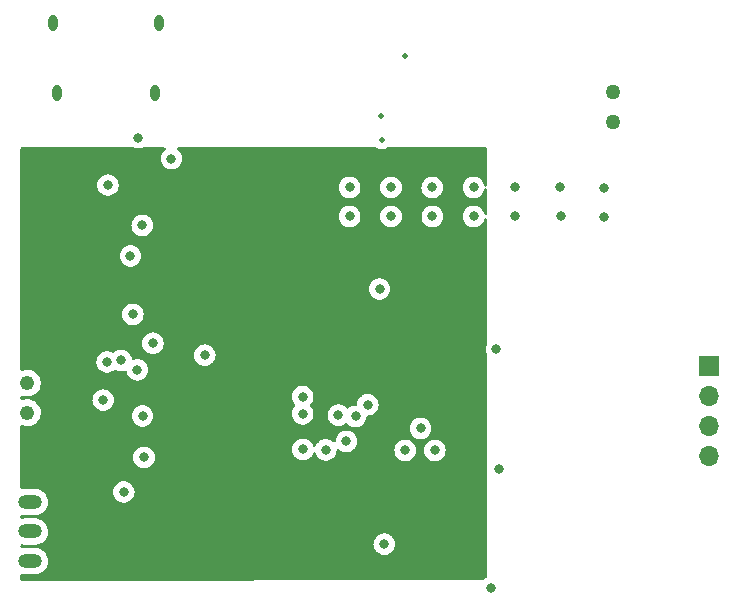
<source format=gbr>
%TF.GenerationSoftware,KiCad,Pcbnew,(6.0.1-0)*%
%TF.CreationDate,2022-05-03T07:12:26+06:00*%
%TF.ProjectId,Sound Sensor,536f756e-6420-4536-956e-736f722e6b69,rev?*%
%TF.SameCoordinates,Original*%
%TF.FileFunction,Copper,L3,Inr*%
%TF.FilePolarity,Positive*%
%FSLAX46Y46*%
G04 Gerber Fmt 4.6, Leading zero omitted, Abs format (unit mm)*
G04 Created by KiCad (PCBNEW (6.0.1-0)) date 2022-05-03 07:12:26*
%MOMM*%
%LPD*%
G01*
G04 APERTURE LIST*
%TA.AperFunction,ComponentPad*%
%ADD10O,2.000000X1.200000*%
%TD*%
%TA.AperFunction,ComponentPad*%
%ADD11O,0.800000X1.400000*%
%TD*%
%TA.AperFunction,ComponentPad*%
%ADD12R,1.700000X1.700000*%
%TD*%
%TA.AperFunction,ComponentPad*%
%ADD13O,1.700000X1.700000*%
%TD*%
%TA.AperFunction,ComponentPad*%
%ADD14C,1.270000*%
%TD*%
%TA.AperFunction,ComponentPad*%
%ADD15C,1.228000*%
%TD*%
%TA.AperFunction,ViaPad*%
%ADD16C,0.800000*%
%TD*%
%TA.AperFunction,ViaPad*%
%ADD17C,0.500000*%
%TD*%
G04 APERTURE END LIST*
D10*
X168620000Y-144330000D03*
X168620000Y-141830000D03*
X168620000Y-139330000D03*
D11*
X170540000Y-98760000D03*
X179520000Y-98760000D03*
X179160000Y-104710000D03*
X170900000Y-104710000D03*
D12*
X226100000Y-127780000D03*
D13*
X226100000Y-130320000D03*
X226100000Y-132860000D03*
X226100000Y-135400000D03*
D14*
X217990000Y-104640500D03*
X217990000Y-107140500D03*
D15*
X168390000Y-131775000D03*
X168390000Y-129275000D03*
D16*
X195670000Y-112700000D03*
X199165000Y-112700000D03*
X202660000Y-112700000D03*
X206155000Y-112700000D03*
X209670000Y-112700000D03*
X213480000Y-112700000D03*
X217200000Y-112720000D03*
X217200000Y-115170000D03*
X213570000Y-115150000D03*
X209670000Y-115150000D03*
X206170000Y-115150000D03*
X202670000Y-115150000D03*
X199170000Y-115150000D03*
X195670000Y-115150000D03*
X182130000Y-126430000D03*
X186765000Y-120735000D03*
X200300000Y-125200000D03*
X193880000Y-130920000D03*
X198200000Y-134700000D03*
X173005000Y-136695000D03*
X201600000Y-144600000D03*
X175200000Y-112500000D03*
X207600000Y-146600000D03*
X198200000Y-121300000D03*
X197200000Y-131100000D03*
X179010000Y-125890000D03*
X183400000Y-126900000D03*
X177780000Y-108480000D03*
X174800000Y-130700000D03*
X208300000Y-136500000D03*
X195400000Y-134200000D03*
X198600000Y-142900000D03*
X208100000Y-126400000D03*
X178110000Y-115910000D03*
X175130000Y-127470000D03*
X178140000Y-132050000D03*
X178260000Y-135550000D03*
X177690000Y-128140000D03*
X176540000Y-138480000D03*
X177310000Y-123450000D03*
D17*
X198400000Y-108710000D03*
D16*
X180580000Y-110270000D03*
X177110000Y-118500000D03*
X176310000Y-127340000D03*
X200370000Y-134960000D03*
X202880000Y-134960000D03*
X191693459Y-131873459D03*
X191693459Y-130415500D03*
X196169001Y-132093798D03*
X191710000Y-134870000D03*
X193651577Y-134916342D03*
X194710000Y-131980000D03*
X201670000Y-133100000D03*
D17*
X200380000Y-101600000D03*
X198330000Y-106650000D03*
%TA.AperFunction,Conductor*%
G36*
X177412584Y-109310893D02*
G01*
X177491676Y-109346107D01*
X177491679Y-109346108D01*
X177497712Y-109348794D01*
X177539340Y-109357642D01*
X177678056Y-109387128D01*
X177678061Y-109387128D01*
X177684513Y-109388500D01*
X177875487Y-109388500D01*
X177881939Y-109387128D01*
X177881944Y-109387128D01*
X178020660Y-109357642D01*
X178062288Y-109348794D01*
X178068321Y-109346108D01*
X178068324Y-109346107D01*
X178147416Y-109310893D01*
X178198664Y-109300000D01*
X179981670Y-109300000D01*
X180049791Y-109320002D01*
X180096284Y-109373658D01*
X180106388Y-109443932D01*
X180076894Y-109508512D01*
X180055731Y-109527936D01*
X179968747Y-109591134D01*
X179840960Y-109733056D01*
X179745473Y-109898444D01*
X179686458Y-110080072D01*
X179666496Y-110270000D01*
X179686458Y-110459928D01*
X179745473Y-110641556D01*
X179840960Y-110806944D01*
X179968747Y-110948866D01*
X180123248Y-111061118D01*
X180129276Y-111063802D01*
X180129278Y-111063803D01*
X180291681Y-111136109D01*
X180297712Y-111138794D01*
X180391113Y-111158647D01*
X180478056Y-111177128D01*
X180478061Y-111177128D01*
X180484513Y-111178500D01*
X180675487Y-111178500D01*
X180681939Y-111177128D01*
X180681944Y-111177128D01*
X180768887Y-111158647D01*
X180862288Y-111138794D01*
X180868319Y-111136109D01*
X181030722Y-111063803D01*
X181030724Y-111063802D01*
X181036752Y-111061118D01*
X181191253Y-110948866D01*
X181319040Y-110806944D01*
X181414527Y-110641556D01*
X181473542Y-110459928D01*
X181493504Y-110270000D01*
X181473542Y-110080072D01*
X181414527Y-109898444D01*
X181319040Y-109733056D01*
X181191253Y-109591134D01*
X181104269Y-109527936D01*
X181060915Y-109471713D01*
X181054840Y-109400977D01*
X181087972Y-109338186D01*
X181149792Y-109303274D01*
X181178330Y-109300000D01*
X197878748Y-109300000D01*
X197947741Y-109320568D01*
X198010292Y-109361500D01*
X198055846Y-109391310D01*
X198062450Y-109393766D01*
X198062452Y-109393767D01*
X198098844Y-109407301D01*
X198215341Y-109450626D01*
X198384015Y-109473132D01*
X198391026Y-109472494D01*
X198391030Y-109472494D01*
X198546462Y-109458348D01*
X198553483Y-109457709D01*
X198560185Y-109455531D01*
X198560187Y-109455531D01*
X198708623Y-109407301D01*
X198708626Y-109407300D01*
X198715322Y-109405124D01*
X198861490Y-109317990D01*
X198863094Y-109320681D01*
X198916571Y-109300376D01*
X198926297Y-109300000D01*
X207174000Y-109300000D01*
X207242121Y-109320002D01*
X207288614Y-109373658D01*
X207300000Y-109426000D01*
X207300000Y-112498310D01*
X207279998Y-112566431D01*
X207226342Y-112612924D01*
X207156068Y-112623028D01*
X207091488Y-112593534D01*
X207053104Y-112533808D01*
X207050972Y-112523022D01*
X207050606Y-112523100D01*
X207049232Y-112516635D01*
X207048542Y-112510072D01*
X206989527Y-112328444D01*
X206894040Y-112163056D01*
X206766253Y-112021134D01*
X206611752Y-111908882D01*
X206605724Y-111906198D01*
X206605722Y-111906197D01*
X206443319Y-111833891D01*
X206443318Y-111833891D01*
X206437288Y-111831206D01*
X206343887Y-111811353D01*
X206256944Y-111792872D01*
X206256939Y-111792872D01*
X206250487Y-111791500D01*
X206059513Y-111791500D01*
X206053061Y-111792872D01*
X206053056Y-111792872D01*
X205966112Y-111811353D01*
X205872712Y-111831206D01*
X205866682Y-111833891D01*
X205866681Y-111833891D01*
X205704278Y-111906197D01*
X205704276Y-111906198D01*
X205698248Y-111908882D01*
X205543747Y-112021134D01*
X205415960Y-112163056D01*
X205320473Y-112328444D01*
X205261458Y-112510072D01*
X205260768Y-112516633D01*
X205260768Y-112516635D01*
X205252686Y-112593534D01*
X205241496Y-112700000D01*
X205242186Y-112706565D01*
X205260148Y-112877460D01*
X205261458Y-112889928D01*
X205320473Y-113071556D01*
X205415960Y-113236944D01*
X205420378Y-113241851D01*
X205420379Y-113241852D01*
X205534678Y-113368794D01*
X205543747Y-113378866D01*
X205698248Y-113491118D01*
X205704276Y-113493802D01*
X205704278Y-113493803D01*
X205866681Y-113566109D01*
X205872712Y-113568794D01*
X205966113Y-113588647D01*
X206053056Y-113607128D01*
X206053061Y-113607128D01*
X206059513Y-113608500D01*
X206250487Y-113608500D01*
X206256939Y-113607128D01*
X206256944Y-113607128D01*
X206343887Y-113588647D01*
X206437288Y-113568794D01*
X206443319Y-113566109D01*
X206605722Y-113493803D01*
X206605724Y-113493802D01*
X206611752Y-113491118D01*
X206766253Y-113378866D01*
X206775322Y-113368794D01*
X206889621Y-113241852D01*
X206889622Y-113241851D01*
X206894040Y-113236944D01*
X206989527Y-113071556D01*
X207048542Y-112889928D01*
X207049232Y-112883364D01*
X207050606Y-112876900D01*
X207053240Y-112877460D01*
X207075704Y-112822862D01*
X207133926Y-112782233D01*
X207204871Y-112779530D01*
X207266015Y-112815613D01*
X207297945Y-112879024D01*
X207300000Y-112901690D01*
X207300000Y-114892283D01*
X207279998Y-114960404D01*
X207226342Y-115006897D01*
X207156068Y-115017001D01*
X207091488Y-114987507D01*
X207054167Y-114931219D01*
X207006569Y-114784729D01*
X207004527Y-114778444D01*
X206909040Y-114613056D01*
X206781253Y-114471134D01*
X206626752Y-114358882D01*
X206620724Y-114356198D01*
X206620722Y-114356197D01*
X206458319Y-114283891D01*
X206458318Y-114283891D01*
X206452288Y-114281206D01*
X206358887Y-114261353D01*
X206271944Y-114242872D01*
X206271939Y-114242872D01*
X206265487Y-114241500D01*
X206074513Y-114241500D01*
X206068061Y-114242872D01*
X206068056Y-114242872D01*
X205981113Y-114261353D01*
X205887712Y-114281206D01*
X205881682Y-114283891D01*
X205881681Y-114283891D01*
X205719278Y-114356197D01*
X205719276Y-114356198D01*
X205713248Y-114358882D01*
X205558747Y-114471134D01*
X205430960Y-114613056D01*
X205335473Y-114778444D01*
X205276458Y-114960072D01*
X205275768Y-114966633D01*
X205275768Y-114966635D01*
X205267648Y-115043891D01*
X205256496Y-115150000D01*
X205257186Y-115156565D01*
X205271699Y-115294645D01*
X205276458Y-115339928D01*
X205335473Y-115521556D01*
X205430960Y-115686944D01*
X205435378Y-115691851D01*
X205435379Y-115691852D01*
X205466698Y-115726635D01*
X205558747Y-115828866D01*
X205713248Y-115941118D01*
X205719276Y-115943802D01*
X205719278Y-115943803D01*
X205881681Y-116016109D01*
X205887712Y-116018794D01*
X205981112Y-116038647D01*
X206068056Y-116057128D01*
X206068061Y-116057128D01*
X206074513Y-116058500D01*
X206265487Y-116058500D01*
X206271939Y-116057128D01*
X206271944Y-116057128D01*
X206358888Y-116038647D01*
X206452288Y-116018794D01*
X206458319Y-116016109D01*
X206620722Y-115943803D01*
X206620724Y-115943802D01*
X206626752Y-115941118D01*
X206781253Y-115828866D01*
X206873302Y-115726635D01*
X206904621Y-115691852D01*
X206904622Y-115691851D01*
X206909040Y-115686944D01*
X207004527Y-115521556D01*
X207054167Y-115368781D01*
X207094241Y-115310175D01*
X207159637Y-115282538D01*
X207229594Y-115294645D01*
X207281900Y-115342651D01*
X207300000Y-115407717D01*
X207300000Y-125934880D01*
X207283119Y-125997880D01*
X207265473Y-126028444D01*
X207206458Y-126210072D01*
X207186496Y-126400000D01*
X207206458Y-126589928D01*
X207265473Y-126771556D01*
X207268776Y-126777278D01*
X207268777Y-126777279D01*
X207283119Y-126802120D01*
X207300000Y-126865120D01*
X207300000Y-145657266D01*
X207279998Y-145725387D01*
X207225249Y-145772373D01*
X207149278Y-145806197D01*
X207149276Y-145806198D01*
X207143248Y-145808882D01*
X207137907Y-145812762D01*
X207137906Y-145812763D01*
X207049828Y-145876756D01*
X206976086Y-145900820D01*
X167926319Y-145999680D01*
X167858148Y-145979850D01*
X167811519Y-145926312D01*
X167800000Y-145873680D01*
X167800000Y-145530414D01*
X167820002Y-145462293D01*
X167873658Y-145415800D01*
X167950150Y-145406750D01*
X168111337Y-145438228D01*
X168116899Y-145438500D01*
X169072846Y-145438500D01*
X169230566Y-145423452D01*
X169433534Y-145363908D01*
X169438862Y-145361164D01*
X169616249Y-145269804D01*
X169616252Y-145269802D01*
X169621580Y-145267058D01*
X169787920Y-145136396D01*
X169791852Y-145131865D01*
X169791855Y-145131862D01*
X169922621Y-144981167D01*
X169926552Y-144976637D01*
X169929552Y-144971451D01*
X169929555Y-144971447D01*
X170029467Y-144798742D01*
X170032473Y-144793546D01*
X170101861Y-144593729D01*
X170132213Y-144384396D01*
X170122433Y-144173101D01*
X170072875Y-143967466D01*
X169985326Y-143774913D01*
X169862946Y-143602389D01*
X169710150Y-143456119D01*
X169532452Y-143341380D01*
X169472354Y-143317160D01*
X169341832Y-143264558D01*
X169341829Y-143264557D01*
X169336263Y-143262314D01*
X169128663Y-143221772D01*
X169123101Y-143221500D01*
X168167154Y-143221500D01*
X168009434Y-143236548D01*
X168003678Y-143238237D01*
X168003676Y-143238237D01*
X167961469Y-143250619D01*
X167890472Y-143250601D01*
X167830755Y-143212203D01*
X167801278Y-143147615D01*
X167800000Y-143129714D01*
X167800000Y-143030414D01*
X167820002Y-142962293D01*
X167873658Y-142915800D01*
X167950150Y-142906750D01*
X168111337Y-142938228D01*
X168116899Y-142938500D01*
X169072846Y-142938500D01*
X169230566Y-142923452D01*
X169310507Y-142900000D01*
X197686496Y-142900000D01*
X197687186Y-142906565D01*
X197690536Y-142938434D01*
X197706458Y-143089928D01*
X197765473Y-143271556D01*
X197860960Y-143436944D01*
X197865378Y-143441851D01*
X197865379Y-143441852D01*
X197938989Y-143523604D01*
X197988747Y-143578866D01*
X198143248Y-143691118D01*
X198149276Y-143693802D01*
X198149278Y-143693803D01*
X198311681Y-143766109D01*
X198317712Y-143768794D01*
X198411113Y-143788647D01*
X198498056Y-143807128D01*
X198498061Y-143807128D01*
X198504513Y-143808500D01*
X198695487Y-143808500D01*
X198701939Y-143807128D01*
X198701944Y-143807128D01*
X198788887Y-143788647D01*
X198882288Y-143768794D01*
X198888319Y-143766109D01*
X199050722Y-143693803D01*
X199050724Y-143693802D01*
X199056752Y-143691118D01*
X199211253Y-143578866D01*
X199261011Y-143523604D01*
X199334621Y-143441852D01*
X199334622Y-143441851D01*
X199339040Y-143436944D01*
X199434527Y-143271556D01*
X199493542Y-143089928D01*
X199509465Y-142938434D01*
X199512814Y-142906565D01*
X199513504Y-142900000D01*
X199499820Y-142769804D01*
X199494232Y-142716635D01*
X199494232Y-142716633D01*
X199493542Y-142710072D01*
X199434527Y-142528444D01*
X199339040Y-142363056D01*
X199281132Y-142298742D01*
X199215675Y-142226045D01*
X199215674Y-142226044D01*
X199211253Y-142221134D01*
X199056752Y-142108882D01*
X199050724Y-142106198D01*
X199050722Y-142106197D01*
X198888319Y-142033891D01*
X198888318Y-142033891D01*
X198882288Y-142031206D01*
X198788888Y-142011353D01*
X198701944Y-141992872D01*
X198701939Y-141992872D01*
X198695487Y-141991500D01*
X198504513Y-141991500D01*
X198498061Y-141992872D01*
X198498056Y-141992872D01*
X198411112Y-142011353D01*
X198317712Y-142031206D01*
X198311682Y-142033891D01*
X198311681Y-142033891D01*
X198149278Y-142106197D01*
X198149276Y-142106198D01*
X198143248Y-142108882D01*
X197988747Y-142221134D01*
X197984326Y-142226044D01*
X197984325Y-142226045D01*
X197918869Y-142298742D01*
X197860960Y-142363056D01*
X197765473Y-142528444D01*
X197706458Y-142710072D01*
X197705768Y-142716633D01*
X197705768Y-142716635D01*
X197700180Y-142769804D01*
X197686496Y-142900000D01*
X169310507Y-142900000D01*
X169433534Y-142863908D01*
X169472260Y-142843963D01*
X169616249Y-142769804D01*
X169616252Y-142769802D01*
X169621580Y-142767058D01*
X169787920Y-142636396D01*
X169791852Y-142631865D01*
X169791855Y-142631862D01*
X169922621Y-142481167D01*
X169926552Y-142476637D01*
X169929552Y-142471451D01*
X169929555Y-142471447D01*
X170029467Y-142298742D01*
X170032473Y-142293546D01*
X170101861Y-142093729D01*
X170110537Y-142033891D01*
X170131352Y-141890336D01*
X170131352Y-141890333D01*
X170132213Y-141884396D01*
X170122433Y-141673101D01*
X170072875Y-141467466D01*
X169985326Y-141274913D01*
X169862946Y-141102389D01*
X169710150Y-140956119D01*
X169532452Y-140841380D01*
X169472354Y-140817160D01*
X169341832Y-140764558D01*
X169341829Y-140764557D01*
X169336263Y-140762314D01*
X169128663Y-140721772D01*
X169123101Y-140721500D01*
X168167154Y-140721500D01*
X168009434Y-140736548D01*
X168003678Y-140738237D01*
X168003676Y-140738237D01*
X167961469Y-140750619D01*
X167890472Y-140750601D01*
X167830755Y-140712203D01*
X167801278Y-140647615D01*
X167800000Y-140629714D01*
X167800000Y-140530414D01*
X167820002Y-140462293D01*
X167873658Y-140415800D01*
X167950150Y-140406750D01*
X168111337Y-140438228D01*
X168116899Y-140438500D01*
X169072846Y-140438500D01*
X169230566Y-140423452D01*
X169433534Y-140363908D01*
X169438862Y-140361164D01*
X169616249Y-140269804D01*
X169616252Y-140269802D01*
X169621580Y-140267058D01*
X169787920Y-140136396D01*
X169791852Y-140131865D01*
X169791855Y-140131862D01*
X169922621Y-139981167D01*
X169926552Y-139976637D01*
X169929552Y-139971451D01*
X169929555Y-139971447D01*
X170029467Y-139798742D01*
X170032473Y-139793546D01*
X170101861Y-139593729D01*
X170132213Y-139384396D01*
X170122433Y-139173101D01*
X170072875Y-138967466D01*
X169985326Y-138774913D01*
X169862946Y-138602389D01*
X169741954Y-138486565D01*
X169735096Y-138480000D01*
X175626496Y-138480000D01*
X175646458Y-138669928D01*
X175705473Y-138851556D01*
X175800960Y-139016944D01*
X175928747Y-139158866D01*
X176083248Y-139271118D01*
X176089276Y-139273802D01*
X176089278Y-139273803D01*
X176251681Y-139346109D01*
X176257712Y-139348794D01*
X176351112Y-139368647D01*
X176438056Y-139387128D01*
X176438061Y-139387128D01*
X176444513Y-139388500D01*
X176635487Y-139388500D01*
X176641939Y-139387128D01*
X176641944Y-139387128D01*
X176728888Y-139368647D01*
X176822288Y-139348794D01*
X176828319Y-139346109D01*
X176990722Y-139273803D01*
X176990724Y-139273802D01*
X176996752Y-139271118D01*
X177151253Y-139158866D01*
X177279040Y-139016944D01*
X177374527Y-138851556D01*
X177433542Y-138669928D01*
X177453504Y-138480000D01*
X177433542Y-138290072D01*
X177374527Y-138108444D01*
X177279040Y-137943056D01*
X177151253Y-137801134D01*
X176996752Y-137688882D01*
X176990724Y-137686198D01*
X176990722Y-137686197D01*
X176828319Y-137613891D01*
X176828318Y-137613891D01*
X176822288Y-137611206D01*
X176728887Y-137591353D01*
X176641944Y-137572872D01*
X176641939Y-137572872D01*
X176635487Y-137571500D01*
X176444513Y-137571500D01*
X176438061Y-137572872D01*
X176438056Y-137572872D01*
X176351113Y-137591353D01*
X176257712Y-137611206D01*
X176251682Y-137613891D01*
X176251681Y-137613891D01*
X176089278Y-137686197D01*
X176089276Y-137686198D01*
X176083248Y-137688882D01*
X175928747Y-137801134D01*
X175800960Y-137943056D01*
X175705473Y-138108444D01*
X175646458Y-138290072D01*
X175626496Y-138480000D01*
X169735096Y-138480000D01*
X169714480Y-138460264D01*
X169710150Y-138456119D01*
X169532452Y-138341380D01*
X169421425Y-138296635D01*
X169341832Y-138264558D01*
X169341829Y-138264557D01*
X169336263Y-138262314D01*
X169128663Y-138221772D01*
X169123101Y-138221500D01*
X168167154Y-138221500D01*
X168009434Y-138236548D01*
X168003678Y-138238237D01*
X168003676Y-138238237D01*
X167961469Y-138250619D01*
X167890472Y-138250601D01*
X167830755Y-138212203D01*
X167801278Y-138147615D01*
X167800000Y-138129714D01*
X167800000Y-135550000D01*
X177346496Y-135550000D01*
X177347186Y-135556565D01*
X177363046Y-135707460D01*
X177366458Y-135739928D01*
X177425473Y-135921556D01*
X177520960Y-136086944D01*
X177648747Y-136228866D01*
X177803248Y-136341118D01*
X177809276Y-136343802D01*
X177809278Y-136343803D01*
X177971681Y-136416109D01*
X177977712Y-136418794D01*
X178071113Y-136438647D01*
X178158056Y-136457128D01*
X178158061Y-136457128D01*
X178164513Y-136458500D01*
X178355487Y-136458500D01*
X178361939Y-136457128D01*
X178361944Y-136457128D01*
X178448887Y-136438647D01*
X178542288Y-136418794D01*
X178548319Y-136416109D01*
X178710722Y-136343803D01*
X178710724Y-136343802D01*
X178716752Y-136341118D01*
X178871253Y-136228866D01*
X178999040Y-136086944D01*
X179094527Y-135921556D01*
X179153542Y-135739928D01*
X179156955Y-135707460D01*
X179172814Y-135556565D01*
X179173504Y-135550000D01*
X179158984Y-135411852D01*
X179154232Y-135366635D01*
X179154232Y-135366633D01*
X179153542Y-135360072D01*
X179094527Y-135178444D01*
X178999040Y-135013056D01*
X178975793Y-134987237D01*
X178875675Y-134876045D01*
X178875674Y-134876044D01*
X178871253Y-134871134D01*
X178869692Y-134870000D01*
X190796496Y-134870000D01*
X190797186Y-134876565D01*
X190812133Y-135018774D01*
X190816458Y-135059928D01*
X190875473Y-135241556D01*
X190970960Y-135406944D01*
X190975378Y-135411851D01*
X190975379Y-135411852D01*
X191046848Y-135491226D01*
X191098747Y-135548866D01*
X191253248Y-135661118D01*
X191259276Y-135663802D01*
X191259278Y-135663803D01*
X191348617Y-135703579D01*
X191427712Y-135738794D01*
X191521112Y-135758647D01*
X191608056Y-135777128D01*
X191608061Y-135777128D01*
X191614513Y-135778500D01*
X191805487Y-135778500D01*
X191811939Y-135777128D01*
X191811944Y-135777128D01*
X191898888Y-135758647D01*
X191992288Y-135738794D01*
X192071383Y-135703579D01*
X192160722Y-135663803D01*
X192160724Y-135663802D01*
X192166752Y-135661118D01*
X192321253Y-135548866D01*
X192373152Y-135491226D01*
X192444621Y-135411852D01*
X192444622Y-135411851D01*
X192449040Y-135406944D01*
X192544527Y-135241556D01*
X192553428Y-135214163D01*
X192593502Y-135155559D01*
X192658899Y-135127923D01*
X192728856Y-135140031D01*
X192781161Y-135188038D01*
X192793092Y-135214164D01*
X192817050Y-135287898D01*
X192912537Y-135453286D01*
X192916955Y-135458193D01*
X192916956Y-135458194D01*
X193002094Y-135552749D01*
X193040324Y-135595208D01*
X193194825Y-135707460D01*
X193200853Y-135710144D01*
X193200855Y-135710145D01*
X193354384Y-135778500D01*
X193369289Y-135785136D01*
X193462689Y-135804989D01*
X193549633Y-135823470D01*
X193549638Y-135823470D01*
X193556090Y-135824842D01*
X193747064Y-135824842D01*
X193753516Y-135823470D01*
X193753521Y-135823470D01*
X193840465Y-135804989D01*
X193933865Y-135785136D01*
X193948770Y-135778500D01*
X194102299Y-135710145D01*
X194102301Y-135710144D01*
X194108329Y-135707460D01*
X194262830Y-135595208D01*
X194301060Y-135552749D01*
X194386198Y-135458194D01*
X194386199Y-135458193D01*
X194390617Y-135453286D01*
X194486104Y-135287898D01*
X194545119Y-135106270D01*
X194550680Y-135053365D01*
X194562406Y-134941793D01*
X194589419Y-134876136D01*
X194647641Y-134835506D01*
X194718586Y-134832803D01*
X194781352Y-134870653D01*
X194788747Y-134878866D01*
X194943248Y-134991118D01*
X194949276Y-134993802D01*
X194949278Y-134993803D01*
X195111681Y-135066109D01*
X195117712Y-135068794D01*
X195211112Y-135088647D01*
X195298056Y-135107128D01*
X195298061Y-135107128D01*
X195304513Y-135108500D01*
X195495487Y-135108500D01*
X195501939Y-135107128D01*
X195501944Y-135107128D01*
X195588888Y-135088647D01*
X195682288Y-135068794D01*
X195688319Y-135066109D01*
X195850722Y-134993803D01*
X195850724Y-134993802D01*
X195856752Y-134991118D01*
X195899582Y-134960000D01*
X199456496Y-134960000D01*
X199457186Y-134966565D01*
X199471960Y-135107128D01*
X199476458Y-135149928D01*
X199535473Y-135331556D01*
X199630960Y-135496944D01*
X199635378Y-135501851D01*
X199635379Y-135501852D01*
X199673289Y-135543955D01*
X199758747Y-135638866D01*
X199853158Y-135707460D01*
X199896286Y-135738794D01*
X199913248Y-135751118D01*
X199919276Y-135753802D01*
X199919278Y-135753803D01*
X200081681Y-135826109D01*
X200087712Y-135828794D01*
X200181112Y-135848647D01*
X200268056Y-135867128D01*
X200268061Y-135867128D01*
X200274513Y-135868500D01*
X200465487Y-135868500D01*
X200471939Y-135867128D01*
X200471944Y-135867128D01*
X200558888Y-135848647D01*
X200652288Y-135828794D01*
X200658319Y-135826109D01*
X200820722Y-135753803D01*
X200820724Y-135753802D01*
X200826752Y-135751118D01*
X200843715Y-135738794D01*
X200886842Y-135707460D01*
X200981253Y-135638866D01*
X201066711Y-135543955D01*
X201104621Y-135501852D01*
X201104622Y-135501851D01*
X201109040Y-135496944D01*
X201204527Y-135331556D01*
X201263542Y-135149928D01*
X201268041Y-135107128D01*
X201282814Y-134966565D01*
X201283504Y-134960000D01*
X201966496Y-134960000D01*
X201967186Y-134966565D01*
X201981960Y-135107128D01*
X201986458Y-135149928D01*
X202045473Y-135331556D01*
X202140960Y-135496944D01*
X202145378Y-135501851D01*
X202145379Y-135501852D01*
X202183289Y-135543955D01*
X202268747Y-135638866D01*
X202363158Y-135707460D01*
X202406286Y-135738794D01*
X202423248Y-135751118D01*
X202429276Y-135753802D01*
X202429278Y-135753803D01*
X202591681Y-135826109D01*
X202597712Y-135828794D01*
X202691112Y-135848647D01*
X202778056Y-135867128D01*
X202778061Y-135867128D01*
X202784513Y-135868500D01*
X202975487Y-135868500D01*
X202981939Y-135867128D01*
X202981944Y-135867128D01*
X203068888Y-135848647D01*
X203162288Y-135828794D01*
X203168319Y-135826109D01*
X203330722Y-135753803D01*
X203330724Y-135753802D01*
X203336752Y-135751118D01*
X203353715Y-135738794D01*
X203396842Y-135707460D01*
X203491253Y-135638866D01*
X203576711Y-135543955D01*
X203614621Y-135501852D01*
X203614622Y-135501851D01*
X203619040Y-135496944D01*
X203714527Y-135331556D01*
X203773542Y-135149928D01*
X203778041Y-135107128D01*
X203792814Y-134966565D01*
X203793504Y-134960000D01*
X203784680Y-134876045D01*
X203774232Y-134776635D01*
X203774232Y-134776633D01*
X203773542Y-134770072D01*
X203714527Y-134588444D01*
X203619040Y-134423056D01*
X203589212Y-134389928D01*
X203495675Y-134286045D01*
X203495674Y-134286044D01*
X203491253Y-134281134D01*
X203336752Y-134168882D01*
X203330724Y-134166198D01*
X203330722Y-134166197D01*
X203168319Y-134093891D01*
X203168318Y-134093891D01*
X203162288Y-134091206D01*
X203068887Y-134071353D01*
X202981944Y-134052872D01*
X202981939Y-134052872D01*
X202975487Y-134051500D01*
X202784513Y-134051500D01*
X202778061Y-134052872D01*
X202778056Y-134052872D01*
X202691113Y-134071353D01*
X202597712Y-134091206D01*
X202591682Y-134093891D01*
X202591681Y-134093891D01*
X202429278Y-134166197D01*
X202429276Y-134166198D01*
X202423248Y-134168882D01*
X202268747Y-134281134D01*
X202264326Y-134286044D01*
X202264325Y-134286045D01*
X202170789Y-134389928D01*
X202140960Y-134423056D01*
X202045473Y-134588444D01*
X201986458Y-134770072D01*
X201985768Y-134776633D01*
X201985768Y-134776635D01*
X201975320Y-134876045D01*
X201966496Y-134960000D01*
X201283504Y-134960000D01*
X201274680Y-134876045D01*
X201264232Y-134776635D01*
X201264232Y-134776633D01*
X201263542Y-134770072D01*
X201204527Y-134588444D01*
X201109040Y-134423056D01*
X201079212Y-134389928D01*
X200985675Y-134286045D01*
X200985674Y-134286044D01*
X200981253Y-134281134D01*
X200826752Y-134168882D01*
X200820724Y-134166198D01*
X200820722Y-134166197D01*
X200658319Y-134093891D01*
X200658318Y-134093891D01*
X200652288Y-134091206D01*
X200558887Y-134071353D01*
X200471944Y-134052872D01*
X200471939Y-134052872D01*
X200465487Y-134051500D01*
X200274513Y-134051500D01*
X200268061Y-134052872D01*
X200268056Y-134052872D01*
X200181113Y-134071353D01*
X200087712Y-134091206D01*
X200081682Y-134093891D01*
X200081681Y-134093891D01*
X199919278Y-134166197D01*
X199919276Y-134166198D01*
X199913248Y-134168882D01*
X199758747Y-134281134D01*
X199754326Y-134286044D01*
X199754325Y-134286045D01*
X199660789Y-134389928D01*
X199630960Y-134423056D01*
X199535473Y-134588444D01*
X199476458Y-134770072D01*
X199475768Y-134776633D01*
X199475768Y-134776635D01*
X199465320Y-134876045D01*
X199456496Y-134960000D01*
X195899582Y-134960000D01*
X196011253Y-134878866D01*
X196025147Y-134863435D01*
X196134621Y-134741852D01*
X196134622Y-134741851D01*
X196139040Y-134736944D01*
X196234527Y-134571556D01*
X196293542Y-134389928D01*
X196298919Y-134338774D01*
X196312814Y-134206565D01*
X196313504Y-134200000D01*
X196302352Y-134093891D01*
X196294232Y-134016635D01*
X196294232Y-134016633D01*
X196293542Y-134010072D01*
X196234527Y-133828444D01*
X196139040Y-133663056D01*
X196011253Y-133521134D01*
X195856752Y-133408882D01*
X195850724Y-133406198D01*
X195850722Y-133406197D01*
X195688319Y-133333891D01*
X195688318Y-133333891D01*
X195682288Y-133331206D01*
X195588888Y-133311353D01*
X195501944Y-133292872D01*
X195501939Y-133292872D01*
X195495487Y-133291500D01*
X195304513Y-133291500D01*
X195298061Y-133292872D01*
X195298056Y-133292872D01*
X195211112Y-133311353D01*
X195117712Y-133331206D01*
X195111682Y-133333891D01*
X195111681Y-133333891D01*
X194949278Y-133406197D01*
X194949276Y-133406198D01*
X194943248Y-133408882D01*
X194788747Y-133521134D01*
X194660960Y-133663056D01*
X194565473Y-133828444D01*
X194506458Y-134010072D01*
X194505768Y-134016633D01*
X194505768Y-134016635D01*
X194489171Y-134174549D01*
X194462158Y-134240206D01*
X194403936Y-134280836D01*
X194332991Y-134283539D01*
X194270225Y-134245689D01*
X194267252Y-134242387D01*
X194267251Y-134242386D01*
X194262830Y-134237476D01*
X194108329Y-134125224D01*
X194102301Y-134122540D01*
X194102299Y-134122539D01*
X193939896Y-134050233D01*
X193939895Y-134050233D01*
X193933865Y-134047548D01*
X193840464Y-134027695D01*
X193753521Y-134009214D01*
X193753516Y-134009214D01*
X193747064Y-134007842D01*
X193556090Y-134007842D01*
X193549638Y-134009214D01*
X193549633Y-134009214D01*
X193462690Y-134027695D01*
X193369289Y-134047548D01*
X193363259Y-134050233D01*
X193363258Y-134050233D01*
X193200855Y-134122539D01*
X193200853Y-134122540D01*
X193194825Y-134125224D01*
X193040324Y-134237476D01*
X193035903Y-134242386D01*
X193035902Y-134242387D01*
X192958683Y-134328148D01*
X192912537Y-134379398D01*
X192817050Y-134544786D01*
X192808150Y-134572178D01*
X192768075Y-134630783D01*
X192702678Y-134658419D01*
X192632721Y-134646311D01*
X192580416Y-134598304D01*
X192568484Y-134572176D01*
X192566241Y-134565271D01*
X192544527Y-134498444D01*
X192449040Y-134333056D01*
X192370375Y-134245689D01*
X192325675Y-134196045D01*
X192325674Y-134196044D01*
X192321253Y-134191134D01*
X192187410Y-134093891D01*
X192172094Y-134082763D01*
X192172093Y-134082762D01*
X192166752Y-134078882D01*
X192160724Y-134076198D01*
X192160722Y-134076197D01*
X191998319Y-134003891D01*
X191998318Y-134003891D01*
X191992288Y-134001206D01*
X191898887Y-133981353D01*
X191811944Y-133962872D01*
X191811939Y-133962872D01*
X191805487Y-133961500D01*
X191614513Y-133961500D01*
X191608061Y-133962872D01*
X191608056Y-133962872D01*
X191521113Y-133981353D01*
X191427712Y-134001206D01*
X191421682Y-134003891D01*
X191421681Y-134003891D01*
X191259278Y-134076197D01*
X191259276Y-134076198D01*
X191253248Y-134078882D01*
X191247907Y-134082762D01*
X191247906Y-134082763D01*
X191232590Y-134093891D01*
X191098747Y-134191134D01*
X191094326Y-134196044D01*
X191094325Y-134196045D01*
X191049626Y-134245689D01*
X190970960Y-134333056D01*
X190875473Y-134498444D01*
X190816458Y-134680072D01*
X190815768Y-134686633D01*
X190815768Y-134686635D01*
X190800121Y-134835506D01*
X190796496Y-134870000D01*
X178869692Y-134870000D01*
X178716752Y-134758882D01*
X178710724Y-134756198D01*
X178710722Y-134756197D01*
X178548319Y-134683891D01*
X178548318Y-134683891D01*
X178542288Y-134681206D01*
X178448888Y-134661353D01*
X178361944Y-134642872D01*
X178361939Y-134642872D01*
X178355487Y-134641500D01*
X178164513Y-134641500D01*
X178158061Y-134642872D01*
X178158056Y-134642872D01*
X178071112Y-134661353D01*
X177977712Y-134681206D01*
X177971682Y-134683891D01*
X177971681Y-134683891D01*
X177809278Y-134756197D01*
X177809276Y-134756198D01*
X177803248Y-134758882D01*
X177648747Y-134871134D01*
X177644326Y-134876044D01*
X177644325Y-134876045D01*
X177544208Y-134987237D01*
X177520960Y-135013056D01*
X177425473Y-135178444D01*
X177366458Y-135360072D01*
X177365768Y-135366633D01*
X177365768Y-135366635D01*
X177361016Y-135411852D01*
X177346496Y-135550000D01*
X167800000Y-135550000D01*
X167800000Y-133100000D01*
X200756496Y-133100000D01*
X200776458Y-133289928D01*
X200835473Y-133471556D01*
X200930960Y-133636944D01*
X201058747Y-133778866D01*
X201213248Y-133891118D01*
X201219276Y-133893802D01*
X201219278Y-133893803D01*
X201371329Y-133961500D01*
X201387712Y-133968794D01*
X201481112Y-133988647D01*
X201568056Y-134007128D01*
X201568061Y-134007128D01*
X201574513Y-134008500D01*
X201765487Y-134008500D01*
X201771939Y-134007128D01*
X201771944Y-134007128D01*
X201858888Y-133988647D01*
X201952288Y-133968794D01*
X201968671Y-133961500D01*
X202120722Y-133893803D01*
X202120724Y-133893802D01*
X202126752Y-133891118D01*
X202281253Y-133778866D01*
X202409040Y-133636944D01*
X202504527Y-133471556D01*
X202563542Y-133289928D01*
X202583504Y-133100000D01*
X202563542Y-132910072D01*
X202504527Y-132728444D01*
X202409040Y-132563056D01*
X202281253Y-132421134D01*
X202176837Y-132345271D01*
X202132094Y-132312763D01*
X202132093Y-132312762D01*
X202126752Y-132308882D01*
X202120724Y-132306198D01*
X202120722Y-132306197D01*
X201958319Y-132233891D01*
X201958318Y-132233891D01*
X201952288Y-132231206D01*
X201858887Y-132211353D01*
X201771944Y-132192872D01*
X201771939Y-132192872D01*
X201765487Y-132191500D01*
X201574513Y-132191500D01*
X201568061Y-132192872D01*
X201568056Y-132192872D01*
X201481113Y-132211353D01*
X201387712Y-132231206D01*
X201381682Y-132233891D01*
X201381681Y-132233891D01*
X201219278Y-132306197D01*
X201219276Y-132306198D01*
X201213248Y-132308882D01*
X201207907Y-132312762D01*
X201207906Y-132312763D01*
X201163163Y-132345271D01*
X201058747Y-132421134D01*
X200930960Y-132563056D01*
X200835473Y-132728444D01*
X200776458Y-132910072D01*
X200756496Y-133100000D01*
X167800000Y-133100000D01*
X167800000Y-132934587D01*
X167820002Y-132866466D01*
X167873658Y-132819973D01*
X167943932Y-132809869D01*
X167975738Y-132818820D01*
X168036332Y-132844854D01*
X168036336Y-132844855D01*
X168041642Y-132847135D01*
X168047274Y-132848409D01*
X168047276Y-132848410D01*
X168237220Y-132891390D01*
X168237225Y-132891391D01*
X168242857Y-132892665D01*
X168248628Y-132892892D01*
X168248630Y-132892892D01*
X168312513Y-132895402D01*
X168448999Y-132900764D01*
X168558300Y-132884916D01*
X168647451Y-132871990D01*
X168647456Y-132871989D01*
X168653165Y-132871161D01*
X168658629Y-132869306D01*
X168658634Y-132869305D01*
X168807358Y-132818820D01*
X168848518Y-132804848D01*
X169028515Y-132704045D01*
X169187128Y-132572128D01*
X169319045Y-132413515D01*
X169419848Y-132233518D01*
X169447756Y-132151303D01*
X169482144Y-132050000D01*
X177226496Y-132050000D01*
X177227186Y-132056565D01*
X177245210Y-132228050D01*
X177246458Y-132239928D01*
X177305473Y-132421556D01*
X177400960Y-132586944D01*
X177405378Y-132591851D01*
X177405379Y-132591852D01*
X177488627Y-132684308D01*
X177528747Y-132728866D01*
X177536817Y-132734729D01*
X177654145Y-132819973D01*
X177683248Y-132841118D01*
X177689276Y-132843802D01*
X177689278Y-132843803D01*
X177824021Y-132903794D01*
X177857712Y-132918794D01*
X177932012Y-132934587D01*
X178038056Y-132957128D01*
X178038061Y-132957128D01*
X178044513Y-132958500D01*
X178235487Y-132958500D01*
X178241939Y-132957128D01*
X178241944Y-132957128D01*
X178347988Y-132934587D01*
X178422288Y-132918794D01*
X178455979Y-132903794D01*
X178590722Y-132843803D01*
X178590724Y-132843802D01*
X178596752Y-132841118D01*
X178625856Y-132819973D01*
X178743183Y-132734729D01*
X178751253Y-132728866D01*
X178791373Y-132684308D01*
X178874621Y-132591852D01*
X178874622Y-132591851D01*
X178879040Y-132586944D01*
X178974527Y-132421556D01*
X179033542Y-132239928D01*
X179034791Y-132228050D01*
X179052814Y-132056565D01*
X179053504Y-132050000D01*
X179048998Y-132007128D01*
X179034949Y-131873459D01*
X190779955Y-131873459D01*
X190780645Y-131880024D01*
X190796666Y-132032451D01*
X190799917Y-132063387D01*
X190858932Y-132245015D01*
X190954419Y-132410403D01*
X191082206Y-132552325D01*
X191112473Y-132574315D01*
X191228847Y-132658866D01*
X191236707Y-132664577D01*
X191242735Y-132667261D01*
X191242737Y-132667262D01*
X191405140Y-132739568D01*
X191411171Y-132742253D01*
X191504572Y-132762106D01*
X191591515Y-132780587D01*
X191591520Y-132780587D01*
X191597972Y-132781959D01*
X191788946Y-132781959D01*
X191795398Y-132780587D01*
X191795403Y-132780587D01*
X191882346Y-132762106D01*
X191975747Y-132742253D01*
X191981778Y-132739568D01*
X192144181Y-132667262D01*
X192144183Y-132667261D01*
X192150211Y-132664577D01*
X192158072Y-132658866D01*
X192274445Y-132574315D01*
X192304712Y-132552325D01*
X192432499Y-132410403D01*
X192527986Y-132245015D01*
X192587001Y-132063387D01*
X192590253Y-132032451D01*
X192595766Y-131980000D01*
X193796496Y-131980000D01*
X193797186Y-131986565D01*
X193808457Y-132093798D01*
X193816458Y-132169928D01*
X193875473Y-132351556D01*
X193970960Y-132516944D01*
X193975378Y-132521851D01*
X193975379Y-132521852D01*
X194073424Y-132630742D01*
X194098747Y-132658866D01*
X194253248Y-132771118D01*
X194259276Y-132773802D01*
X194259278Y-132773803D01*
X194421681Y-132846109D01*
X194427712Y-132848794D01*
X194510852Y-132866466D01*
X194608056Y-132887128D01*
X194608061Y-132887128D01*
X194614513Y-132888500D01*
X194805487Y-132888500D01*
X194811939Y-132887128D01*
X194811944Y-132887128D01*
X194909148Y-132866466D01*
X194992288Y-132848794D01*
X194998319Y-132846109D01*
X195160722Y-132773803D01*
X195160724Y-132773802D01*
X195166752Y-132771118D01*
X195225488Y-132728444D01*
X195310495Y-132666682D01*
X195377362Y-132642824D01*
X195446514Y-132658904D01*
X195478192Y-132684308D01*
X195552862Y-132767237D01*
X195557748Y-132772664D01*
X195712249Y-132884916D01*
X195718277Y-132887600D01*
X195718279Y-132887601D01*
X195877522Y-132958500D01*
X195886713Y-132962592D01*
X195980113Y-132982445D01*
X196067057Y-133000926D01*
X196067062Y-133000926D01*
X196073514Y-133002298D01*
X196264488Y-133002298D01*
X196270940Y-133000926D01*
X196270945Y-133000926D01*
X196357889Y-132982445D01*
X196451289Y-132962592D01*
X196460480Y-132958500D01*
X196619723Y-132887601D01*
X196619725Y-132887600D01*
X196625753Y-132884916D01*
X196780254Y-132772664D01*
X196784676Y-132767753D01*
X196903622Y-132635650D01*
X196903623Y-132635649D01*
X196908041Y-132630742D01*
X197003528Y-132465354D01*
X197062543Y-132283726D01*
X197066487Y-132246206D01*
X197073844Y-132176206D01*
X197079611Y-132121329D01*
X197106624Y-132055673D01*
X197164845Y-132015043D01*
X197204921Y-132008500D01*
X197295487Y-132008500D01*
X197301939Y-132007128D01*
X197301944Y-132007128D01*
X197398682Y-131986565D01*
X197482288Y-131968794D01*
X197521468Y-131951350D01*
X197650722Y-131893803D01*
X197650724Y-131893802D01*
X197656752Y-131891118D01*
X197681058Y-131873459D01*
X197804470Y-131783794D01*
X197811253Y-131778866D01*
X197939040Y-131636944D01*
X198010567Y-131513056D01*
X198031223Y-131477279D01*
X198031224Y-131477278D01*
X198034527Y-131471556D01*
X198093542Y-131289928D01*
X198104445Y-131186197D01*
X198112814Y-131106565D01*
X198113504Y-131100000D01*
X198098511Y-130957346D01*
X198094232Y-130916635D01*
X198094232Y-130916633D01*
X198093542Y-130910072D01*
X198034527Y-130728444D01*
X197939040Y-130563056D01*
X197897243Y-130516635D01*
X197815675Y-130426045D01*
X197815674Y-130426044D01*
X197811253Y-130421134D01*
X197675800Y-130322721D01*
X197662094Y-130312763D01*
X197662093Y-130312762D01*
X197656752Y-130308882D01*
X197650724Y-130306198D01*
X197650722Y-130306197D01*
X197488319Y-130233891D01*
X197488318Y-130233891D01*
X197482288Y-130231206D01*
X197367769Y-130206864D01*
X197301944Y-130192872D01*
X197301939Y-130192872D01*
X197295487Y-130191500D01*
X197104513Y-130191500D01*
X197098061Y-130192872D01*
X197098056Y-130192872D01*
X197032231Y-130206864D01*
X196917712Y-130231206D01*
X196911682Y-130233891D01*
X196911681Y-130233891D01*
X196749278Y-130306197D01*
X196749276Y-130306198D01*
X196743248Y-130308882D01*
X196737907Y-130312762D01*
X196737906Y-130312763D01*
X196724200Y-130322721D01*
X196588747Y-130421134D01*
X196584326Y-130426044D01*
X196584325Y-130426045D01*
X196502758Y-130516635D01*
X196460960Y-130563056D01*
X196365473Y-130728444D01*
X196306458Y-130910072D01*
X196305768Y-130916633D01*
X196305768Y-130916635D01*
X196301489Y-130957346D01*
X196289492Y-131071500D01*
X196289390Y-131072468D01*
X196262377Y-131138125D01*
X196204156Y-131178755D01*
X196164080Y-131185298D01*
X196073514Y-131185298D01*
X196067062Y-131186670D01*
X196067057Y-131186670D01*
X195980114Y-131205151D01*
X195886713Y-131225004D01*
X195880683Y-131227689D01*
X195880682Y-131227689D01*
X195718279Y-131299995D01*
X195718277Y-131299996D01*
X195712249Y-131302680D01*
X195706908Y-131306560D01*
X195706907Y-131306561D01*
X195568506Y-131407116D01*
X195501639Y-131430974D01*
X195432487Y-131414894D01*
X195400809Y-131389490D01*
X195325675Y-131306045D01*
X195325674Y-131306044D01*
X195321253Y-131301134D01*
X195174665Y-131194631D01*
X195172094Y-131192763D01*
X195172093Y-131192762D01*
X195166752Y-131188882D01*
X195160724Y-131186198D01*
X195160722Y-131186197D01*
X194998319Y-131113891D01*
X194998318Y-131113891D01*
X194992288Y-131111206D01*
X194898888Y-131091353D01*
X194811944Y-131072872D01*
X194811939Y-131072872D01*
X194805487Y-131071500D01*
X194614513Y-131071500D01*
X194608061Y-131072872D01*
X194608056Y-131072872D01*
X194521112Y-131091353D01*
X194427712Y-131111206D01*
X194421682Y-131113891D01*
X194421681Y-131113891D01*
X194259278Y-131186197D01*
X194259276Y-131186198D01*
X194253248Y-131188882D01*
X194247907Y-131192762D01*
X194247906Y-131192763D01*
X194245335Y-131194631D01*
X194098747Y-131301134D01*
X194094326Y-131306044D01*
X194094325Y-131306045D01*
X193981839Y-131430974D01*
X193970960Y-131443056D01*
X193875473Y-131608444D01*
X193816458Y-131790072D01*
X193815768Y-131796633D01*
X193815768Y-131796635D01*
X193799507Y-131951350D01*
X193796496Y-131980000D01*
X192595766Y-131980000D01*
X192606273Y-131880024D01*
X192606963Y-131873459D01*
X192587001Y-131683531D01*
X192527986Y-131501903D01*
X192523310Y-131493803D01*
X192477751Y-131414894D01*
X192432499Y-131336515D01*
X192335503Y-131228790D01*
X192304785Y-131164783D01*
X192313550Y-131094329D01*
X192335502Y-131060170D01*
X192432499Y-130952444D01*
X192527986Y-130787056D01*
X192587001Y-130605428D01*
X192590854Y-130568774D01*
X192606273Y-130422065D01*
X192606963Y-130415500D01*
X192595037Y-130302028D01*
X192587691Y-130232135D01*
X192587691Y-130232133D01*
X192587001Y-130225572D01*
X192527986Y-130043944D01*
X192432499Y-129878556D01*
X192392283Y-129833891D01*
X192309134Y-129741545D01*
X192309133Y-129741544D01*
X192304712Y-129736634D01*
X192205616Y-129664636D01*
X192155553Y-129628263D01*
X192155552Y-129628262D01*
X192150211Y-129624382D01*
X192144183Y-129621698D01*
X192144181Y-129621697D01*
X191981778Y-129549391D01*
X191981777Y-129549391D01*
X191975747Y-129546706D01*
X191882346Y-129526853D01*
X191795403Y-129508372D01*
X191795398Y-129508372D01*
X191788946Y-129507000D01*
X191597972Y-129507000D01*
X191591520Y-129508372D01*
X191591515Y-129508372D01*
X191504572Y-129526853D01*
X191411171Y-129546706D01*
X191405141Y-129549391D01*
X191405140Y-129549391D01*
X191242737Y-129621697D01*
X191242735Y-129621698D01*
X191236707Y-129624382D01*
X191231366Y-129628262D01*
X191231365Y-129628263D01*
X191181302Y-129664636D01*
X191082206Y-129736634D01*
X191077785Y-129741544D01*
X191077784Y-129741545D01*
X190994636Y-129833891D01*
X190954419Y-129878556D01*
X190858932Y-130043944D01*
X190799917Y-130225572D01*
X190799227Y-130232133D01*
X190799227Y-130232135D01*
X190791881Y-130302028D01*
X190779955Y-130415500D01*
X190780645Y-130422065D01*
X190796065Y-130568774D01*
X190799917Y-130605428D01*
X190858932Y-130787056D01*
X190954419Y-130952444D01*
X191051416Y-131060170D01*
X191082133Y-131124178D01*
X191073368Y-131194631D01*
X191051415Y-131228790D01*
X190954419Y-131336515D01*
X190909167Y-131414894D01*
X190863609Y-131493803D01*
X190858932Y-131501903D01*
X190799917Y-131683531D01*
X190779955Y-131873459D01*
X179034949Y-131873459D01*
X179034232Y-131866635D01*
X179034232Y-131866633D01*
X179033542Y-131860072D01*
X178974527Y-131678444D01*
X178879040Y-131513056D01*
X178855793Y-131487237D01*
X178755675Y-131376045D01*
X178755674Y-131376044D01*
X178751253Y-131371134D01*
X178596752Y-131258882D01*
X178590724Y-131256198D01*
X178590722Y-131256197D01*
X178428319Y-131183891D01*
X178428318Y-131183891D01*
X178422288Y-131181206D01*
X178327340Y-131161024D01*
X178241944Y-131142872D01*
X178241939Y-131142872D01*
X178235487Y-131141500D01*
X178044513Y-131141500D01*
X178038061Y-131142872D01*
X178038056Y-131142872D01*
X177952660Y-131161024D01*
X177857712Y-131181206D01*
X177851682Y-131183891D01*
X177851681Y-131183891D01*
X177689278Y-131256197D01*
X177689276Y-131256198D01*
X177683248Y-131258882D01*
X177528747Y-131371134D01*
X177524326Y-131376044D01*
X177524325Y-131376045D01*
X177424208Y-131487237D01*
X177400960Y-131513056D01*
X177305473Y-131678444D01*
X177246458Y-131860072D01*
X177245768Y-131866633D01*
X177245768Y-131866635D01*
X177231002Y-132007128D01*
X177226496Y-132050000D01*
X169482144Y-132050000D01*
X169484305Y-132043634D01*
X169484306Y-132043629D01*
X169486161Y-132038165D01*
X169490463Y-132008500D01*
X169508045Y-131887237D01*
X169515764Y-131833999D01*
X169517309Y-131775000D01*
X169498432Y-131569564D01*
X169442434Y-131371009D01*
X169351189Y-131185983D01*
X169227754Y-131020683D01*
X169204311Y-130999012D01*
X169108095Y-130910072D01*
X169076262Y-130880646D01*
X168901788Y-130770560D01*
X168724926Y-130700000D01*
X173886496Y-130700000D01*
X173887186Y-130706565D01*
X173903627Y-130862988D01*
X173906458Y-130889928D01*
X173965473Y-131071556D01*
X174060960Y-131236944D01*
X174065378Y-131241851D01*
X174065379Y-131241852D01*
X174181785Y-131371134D01*
X174188747Y-131378866D01*
X174343248Y-131491118D01*
X174349276Y-131493802D01*
X174349278Y-131493803D01*
X174506944Y-131564000D01*
X174517712Y-131568794D01*
X174611113Y-131588647D01*
X174698056Y-131607128D01*
X174698061Y-131607128D01*
X174704513Y-131608500D01*
X174895487Y-131608500D01*
X174901939Y-131607128D01*
X174901944Y-131607128D01*
X174988887Y-131588647D01*
X175082288Y-131568794D01*
X175093056Y-131564000D01*
X175250722Y-131493803D01*
X175250724Y-131493802D01*
X175256752Y-131491118D01*
X175411253Y-131378866D01*
X175418215Y-131371134D01*
X175534621Y-131241852D01*
X175534622Y-131241851D01*
X175539040Y-131236944D01*
X175634527Y-131071556D01*
X175693542Y-130889928D01*
X175696374Y-130862988D01*
X175712814Y-130706565D01*
X175713504Y-130700000D01*
X175703564Y-130605428D01*
X175694232Y-130516635D01*
X175694232Y-130516633D01*
X175693542Y-130510072D01*
X175634527Y-130328444D01*
X175621976Y-130306704D01*
X175578923Y-130232135D01*
X175539040Y-130163056D01*
X175528261Y-130151084D01*
X175415675Y-130026045D01*
X175415674Y-130026044D01*
X175411253Y-130021134D01*
X175256752Y-129908882D01*
X175250724Y-129906198D01*
X175250722Y-129906197D01*
X175088319Y-129833891D01*
X175088318Y-129833891D01*
X175082288Y-129831206D01*
X174988888Y-129811353D01*
X174901944Y-129792872D01*
X174901939Y-129792872D01*
X174895487Y-129791500D01*
X174704513Y-129791500D01*
X174698061Y-129792872D01*
X174698056Y-129792872D01*
X174611112Y-129811353D01*
X174517712Y-129831206D01*
X174511682Y-129833891D01*
X174511681Y-129833891D01*
X174349278Y-129906197D01*
X174349276Y-129906198D01*
X174343248Y-129908882D01*
X174188747Y-130021134D01*
X174184326Y-130026044D01*
X174184325Y-130026045D01*
X174071740Y-130151084D01*
X174060960Y-130163056D01*
X174021077Y-130232135D01*
X173978025Y-130306704D01*
X173965473Y-130328444D01*
X173906458Y-130510072D01*
X173905768Y-130516633D01*
X173905768Y-130516635D01*
X173896436Y-130605428D01*
X173886496Y-130700000D01*
X168724926Y-130700000D01*
X168710173Y-130694114D01*
X168704513Y-130692988D01*
X168704509Y-130692987D01*
X168513504Y-130654994D01*
X168513499Y-130654994D01*
X168507836Y-130653867D01*
X168502061Y-130653791D01*
X168502057Y-130653791D01*
X168398575Y-130652436D01*
X168301552Y-130651166D01*
X168295855Y-130652145D01*
X168295854Y-130652145D01*
X168286275Y-130653791D01*
X168098231Y-130686103D01*
X168092805Y-130688105D01*
X168092804Y-130688105D01*
X167969610Y-130733553D01*
X167898777Y-130738365D01*
X167836587Y-130704118D01*
X167802785Y-130641684D01*
X167800000Y-130615341D01*
X167800000Y-130434587D01*
X167820002Y-130366466D01*
X167873658Y-130319973D01*
X167943932Y-130309869D01*
X167975738Y-130318820D01*
X168036332Y-130344854D01*
X168036336Y-130344855D01*
X168041642Y-130347135D01*
X168047274Y-130348409D01*
X168047276Y-130348410D01*
X168237220Y-130391390D01*
X168237225Y-130391391D01*
X168242857Y-130392665D01*
X168248628Y-130392892D01*
X168248630Y-130392892D01*
X168312513Y-130395402D01*
X168448999Y-130400764D01*
X168551082Y-130385962D01*
X168647451Y-130371990D01*
X168647456Y-130371989D01*
X168653165Y-130371161D01*
X168658629Y-130369306D01*
X168658634Y-130369305D01*
X168825201Y-130312763D01*
X168848518Y-130304848D01*
X169028515Y-130204045D01*
X169187128Y-130072128D01*
X169319045Y-129913515D01*
X169419848Y-129733518D01*
X169455577Y-129628263D01*
X169484305Y-129543634D01*
X169484306Y-129543629D01*
X169486161Y-129538165D01*
X169515764Y-129333999D01*
X169517309Y-129275000D01*
X169498432Y-129069564D01*
X169492492Y-129048500D01*
X169480536Y-129006109D01*
X169442434Y-128871009D01*
X169351189Y-128685983D01*
X169227754Y-128520683D01*
X169217881Y-128511556D01*
X169080497Y-128384561D01*
X169076262Y-128380646D01*
X169070687Y-128377128D01*
X168948200Y-128299844D01*
X168901788Y-128270560D01*
X168710173Y-128194114D01*
X168704513Y-128192988D01*
X168704509Y-128192987D01*
X168513504Y-128154994D01*
X168513499Y-128154994D01*
X168507836Y-128153867D01*
X168502061Y-128153791D01*
X168502057Y-128153791D01*
X168398575Y-128152436D01*
X168301552Y-128151166D01*
X168295855Y-128152145D01*
X168295854Y-128152145D01*
X168292339Y-128152749D01*
X168098231Y-128186103D01*
X168092805Y-128188105D01*
X168092804Y-128188105D01*
X167969610Y-128233553D01*
X167898777Y-128238365D01*
X167836587Y-128204118D01*
X167802785Y-128141684D01*
X167800000Y-128115341D01*
X167800000Y-127470000D01*
X174216496Y-127470000D01*
X174217186Y-127476565D01*
X174231082Y-127608774D01*
X174236458Y-127659928D01*
X174295473Y-127841556D01*
X174390960Y-128006944D01*
X174518747Y-128148866D01*
X174673248Y-128261118D01*
X174679276Y-128263802D01*
X174679278Y-128263803D01*
X174841681Y-128336109D01*
X174847712Y-128338794D01*
X174941112Y-128358647D01*
X175028056Y-128377128D01*
X175028061Y-128377128D01*
X175034513Y-128378500D01*
X175225487Y-128378500D01*
X175231939Y-128377128D01*
X175231944Y-128377128D01*
X175318888Y-128358647D01*
X175412288Y-128338794D01*
X175418319Y-128336109D01*
X175580722Y-128263803D01*
X175580724Y-128263802D01*
X175586752Y-128261118D01*
X175662465Y-128206109D01*
X175740100Y-128149704D01*
X175806968Y-128125845D01*
X175865410Y-128136533D01*
X176021675Y-128206106D01*
X176027712Y-128208794D01*
X176121112Y-128228647D01*
X176208056Y-128247128D01*
X176208061Y-128247128D01*
X176214513Y-128248500D01*
X176405487Y-128248500D01*
X176411939Y-128247128D01*
X176411944Y-128247128D01*
X176498888Y-128228647D01*
X176592288Y-128208794D01*
X176598321Y-128206108D01*
X176598327Y-128206106D01*
X176616739Y-128197909D01*
X176687106Y-128188475D01*
X176751403Y-128218583D01*
X176789215Y-128278672D01*
X176793296Y-128299844D01*
X176796458Y-128329928D01*
X176855473Y-128511556D01*
X176950960Y-128676944D01*
X177078747Y-128818866D01*
X177233248Y-128931118D01*
X177239276Y-128933802D01*
X177239278Y-128933803D01*
X177401681Y-129006109D01*
X177407712Y-129008794D01*
X177501113Y-129028647D01*
X177588056Y-129047128D01*
X177588061Y-129047128D01*
X177594513Y-129048500D01*
X177785487Y-129048500D01*
X177791939Y-129047128D01*
X177791944Y-129047128D01*
X177878887Y-129028647D01*
X177972288Y-129008794D01*
X177978319Y-129006109D01*
X178140722Y-128933803D01*
X178140724Y-128933802D01*
X178146752Y-128931118D01*
X178301253Y-128818866D01*
X178429040Y-128676944D01*
X178524527Y-128511556D01*
X178583542Y-128329928D01*
X178597817Y-128194114D01*
X178602814Y-128146565D01*
X178603504Y-128140000D01*
X178590035Y-128011852D01*
X178584232Y-127956635D01*
X178584232Y-127956633D01*
X178583542Y-127950072D01*
X178524527Y-127768444D01*
X178429040Y-127603056D01*
X178402838Y-127573955D01*
X178305675Y-127466045D01*
X178305674Y-127466044D01*
X178301253Y-127461134D01*
X178146752Y-127348882D01*
X178140724Y-127346198D01*
X178140722Y-127346197D01*
X177978319Y-127273891D01*
X177978318Y-127273891D01*
X177972288Y-127271206D01*
X177878887Y-127251353D01*
X177791944Y-127232872D01*
X177791939Y-127232872D01*
X177785487Y-127231500D01*
X177594513Y-127231500D01*
X177588061Y-127232872D01*
X177588056Y-127232872D01*
X177501113Y-127251353D01*
X177407712Y-127271206D01*
X177401679Y-127273892D01*
X177401673Y-127273894D01*
X177383261Y-127282091D01*
X177312894Y-127291525D01*
X177248597Y-127261417D01*
X177210785Y-127201328D01*
X177206704Y-127180156D01*
X177204232Y-127156634D01*
X177204231Y-127156631D01*
X177203542Y-127150072D01*
X177144527Y-126968444D01*
X177126341Y-126936944D01*
X177105011Y-126900000D01*
X182486496Y-126900000D01*
X182506458Y-127089928D01*
X182565473Y-127271556D01*
X182660960Y-127436944D01*
X182665378Y-127441851D01*
X182665379Y-127441852D01*
X182690724Y-127470000D01*
X182788747Y-127578866D01*
X182943248Y-127691118D01*
X182949276Y-127693802D01*
X182949278Y-127693803D01*
X183111681Y-127766109D01*
X183117712Y-127768794D01*
X183211113Y-127788647D01*
X183298056Y-127807128D01*
X183298061Y-127807128D01*
X183304513Y-127808500D01*
X183495487Y-127808500D01*
X183501939Y-127807128D01*
X183501944Y-127807128D01*
X183588887Y-127788647D01*
X183682288Y-127768794D01*
X183688319Y-127766109D01*
X183850722Y-127693803D01*
X183850724Y-127693802D01*
X183856752Y-127691118D01*
X184011253Y-127578866D01*
X184109276Y-127470000D01*
X184134621Y-127441852D01*
X184134622Y-127441851D01*
X184139040Y-127436944D01*
X184234527Y-127271556D01*
X184293542Y-127089928D01*
X184313504Y-126900000D01*
X184293542Y-126710072D01*
X184234527Y-126528444D01*
X184139040Y-126363056D01*
X184011253Y-126221134D01*
X183856752Y-126108882D01*
X183850724Y-126106198D01*
X183850722Y-126106197D01*
X183688319Y-126033891D01*
X183688318Y-126033891D01*
X183682288Y-126031206D01*
X183588888Y-126011353D01*
X183501944Y-125992872D01*
X183501939Y-125992872D01*
X183495487Y-125991500D01*
X183304513Y-125991500D01*
X183298061Y-125992872D01*
X183298056Y-125992872D01*
X183211112Y-126011353D01*
X183117712Y-126031206D01*
X183111682Y-126033891D01*
X183111681Y-126033891D01*
X182949278Y-126106197D01*
X182949276Y-126106198D01*
X182943248Y-126108882D01*
X182788747Y-126221134D01*
X182660960Y-126363056D01*
X182565473Y-126528444D01*
X182506458Y-126710072D01*
X182486496Y-126900000D01*
X177105011Y-126900000D01*
X177052341Y-126808774D01*
X177049040Y-126803056D01*
X177043703Y-126797128D01*
X176925675Y-126666045D01*
X176925674Y-126666044D01*
X176921253Y-126661134D01*
X176766752Y-126548882D01*
X176760724Y-126546198D01*
X176760722Y-126546197D01*
X176598319Y-126473891D01*
X176598318Y-126473891D01*
X176592288Y-126471206D01*
X176498887Y-126451353D01*
X176411944Y-126432872D01*
X176411939Y-126432872D01*
X176405487Y-126431500D01*
X176214513Y-126431500D01*
X176208061Y-126432872D01*
X176208056Y-126432872D01*
X176121113Y-126451353D01*
X176027712Y-126471206D01*
X176021682Y-126473891D01*
X176021681Y-126473891D01*
X175859278Y-126546197D01*
X175859276Y-126546198D01*
X175853248Y-126548882D01*
X175847907Y-126552762D01*
X175847906Y-126552763D01*
X175699900Y-126660296D01*
X175633032Y-126684155D01*
X175574590Y-126673467D01*
X175418319Y-126603891D01*
X175418318Y-126603891D01*
X175412288Y-126601206D01*
X175318887Y-126581353D01*
X175231944Y-126562872D01*
X175231939Y-126562872D01*
X175225487Y-126561500D01*
X175034513Y-126561500D01*
X175028061Y-126562872D01*
X175028056Y-126562872D01*
X174941113Y-126581353D01*
X174847712Y-126601206D01*
X174841682Y-126603891D01*
X174841681Y-126603891D01*
X174679278Y-126676197D01*
X174679276Y-126676198D01*
X174673248Y-126678882D01*
X174518747Y-126791134D01*
X174514326Y-126796044D01*
X174514325Y-126796045D01*
X174414813Y-126906565D01*
X174390960Y-126933056D01*
X174295473Y-127098444D01*
X174236458Y-127280072D01*
X174216496Y-127470000D01*
X167800000Y-127470000D01*
X167800000Y-125890000D01*
X178096496Y-125890000D01*
X178097186Y-125896565D01*
X178107835Y-125997880D01*
X178116458Y-126079928D01*
X178175473Y-126261556D01*
X178270960Y-126426944D01*
X178275378Y-126431851D01*
X178275379Y-126431852D01*
X178313231Y-126473891D01*
X178398747Y-126568866D01*
X178553248Y-126681118D01*
X178559276Y-126683802D01*
X178559278Y-126683803D01*
X178721681Y-126756109D01*
X178727712Y-126758794D01*
X178814677Y-126777279D01*
X178908056Y-126797128D01*
X178908061Y-126797128D01*
X178914513Y-126798500D01*
X179105487Y-126798500D01*
X179111939Y-126797128D01*
X179111944Y-126797128D01*
X179205323Y-126777279D01*
X179292288Y-126758794D01*
X179298319Y-126756109D01*
X179460722Y-126683803D01*
X179460724Y-126683802D01*
X179466752Y-126681118D01*
X179621253Y-126568866D01*
X179706769Y-126473891D01*
X179744621Y-126431852D01*
X179744622Y-126431851D01*
X179749040Y-126426944D01*
X179844527Y-126261556D01*
X179903542Y-126079928D01*
X179912166Y-125997880D01*
X179922814Y-125896565D01*
X179923504Y-125890000D01*
X179903542Y-125700072D01*
X179844527Y-125518444D01*
X179749040Y-125353056D01*
X179621253Y-125211134D01*
X179466752Y-125098882D01*
X179460724Y-125096198D01*
X179460722Y-125096197D01*
X179298319Y-125023891D01*
X179298318Y-125023891D01*
X179292288Y-125021206D01*
X179198887Y-125001353D01*
X179111944Y-124982872D01*
X179111939Y-124982872D01*
X179105487Y-124981500D01*
X178914513Y-124981500D01*
X178908061Y-124982872D01*
X178908056Y-124982872D01*
X178821113Y-125001353D01*
X178727712Y-125021206D01*
X178721682Y-125023891D01*
X178721681Y-125023891D01*
X178559278Y-125096197D01*
X178559276Y-125096198D01*
X178553248Y-125098882D01*
X178398747Y-125211134D01*
X178270960Y-125353056D01*
X178175473Y-125518444D01*
X178116458Y-125700072D01*
X178096496Y-125890000D01*
X167800000Y-125890000D01*
X167800000Y-123450000D01*
X176396496Y-123450000D01*
X176416458Y-123639928D01*
X176475473Y-123821556D01*
X176570960Y-123986944D01*
X176698747Y-124128866D01*
X176853248Y-124241118D01*
X176859276Y-124243802D01*
X176859278Y-124243803D01*
X177021681Y-124316109D01*
X177027712Y-124318794D01*
X177121112Y-124338647D01*
X177208056Y-124357128D01*
X177208061Y-124357128D01*
X177214513Y-124358500D01*
X177405487Y-124358500D01*
X177411939Y-124357128D01*
X177411944Y-124357128D01*
X177498888Y-124338647D01*
X177592288Y-124318794D01*
X177598319Y-124316109D01*
X177760722Y-124243803D01*
X177760724Y-124243802D01*
X177766752Y-124241118D01*
X177921253Y-124128866D01*
X178049040Y-123986944D01*
X178144527Y-123821556D01*
X178203542Y-123639928D01*
X178223504Y-123450000D01*
X178203542Y-123260072D01*
X178144527Y-123078444D01*
X178049040Y-122913056D01*
X177921253Y-122771134D01*
X177766752Y-122658882D01*
X177760724Y-122656198D01*
X177760722Y-122656197D01*
X177598319Y-122583891D01*
X177598318Y-122583891D01*
X177592288Y-122581206D01*
X177498887Y-122561353D01*
X177411944Y-122542872D01*
X177411939Y-122542872D01*
X177405487Y-122541500D01*
X177214513Y-122541500D01*
X177208061Y-122542872D01*
X177208056Y-122542872D01*
X177121113Y-122561353D01*
X177027712Y-122581206D01*
X177021682Y-122583891D01*
X177021681Y-122583891D01*
X176859278Y-122656197D01*
X176859276Y-122656198D01*
X176853248Y-122658882D01*
X176698747Y-122771134D01*
X176570960Y-122913056D01*
X176475473Y-123078444D01*
X176416458Y-123260072D01*
X176396496Y-123450000D01*
X167800000Y-123450000D01*
X167800000Y-121300000D01*
X197286496Y-121300000D01*
X197306458Y-121489928D01*
X197365473Y-121671556D01*
X197460960Y-121836944D01*
X197588747Y-121978866D01*
X197743248Y-122091118D01*
X197749276Y-122093802D01*
X197749278Y-122093803D01*
X197911681Y-122166109D01*
X197917712Y-122168794D01*
X198011113Y-122188647D01*
X198098056Y-122207128D01*
X198098061Y-122207128D01*
X198104513Y-122208500D01*
X198295487Y-122208500D01*
X198301939Y-122207128D01*
X198301944Y-122207128D01*
X198388887Y-122188647D01*
X198482288Y-122168794D01*
X198488319Y-122166109D01*
X198650722Y-122093803D01*
X198650724Y-122093802D01*
X198656752Y-122091118D01*
X198811253Y-121978866D01*
X198939040Y-121836944D01*
X199034527Y-121671556D01*
X199093542Y-121489928D01*
X199113504Y-121300000D01*
X199093542Y-121110072D01*
X199034527Y-120928444D01*
X198939040Y-120763056D01*
X198811253Y-120621134D01*
X198656752Y-120508882D01*
X198650724Y-120506198D01*
X198650722Y-120506197D01*
X198488319Y-120433891D01*
X198488318Y-120433891D01*
X198482288Y-120431206D01*
X198388887Y-120411353D01*
X198301944Y-120392872D01*
X198301939Y-120392872D01*
X198295487Y-120391500D01*
X198104513Y-120391500D01*
X198098061Y-120392872D01*
X198098056Y-120392872D01*
X198011113Y-120411353D01*
X197917712Y-120431206D01*
X197911682Y-120433891D01*
X197911681Y-120433891D01*
X197749278Y-120506197D01*
X197749276Y-120506198D01*
X197743248Y-120508882D01*
X197588747Y-120621134D01*
X197460960Y-120763056D01*
X197365473Y-120928444D01*
X197306458Y-121110072D01*
X197286496Y-121300000D01*
X167800000Y-121300000D01*
X167800000Y-118500000D01*
X176196496Y-118500000D01*
X176216458Y-118689928D01*
X176275473Y-118871556D01*
X176370960Y-119036944D01*
X176498747Y-119178866D01*
X176653248Y-119291118D01*
X176659276Y-119293802D01*
X176659278Y-119293803D01*
X176821681Y-119366109D01*
X176827712Y-119368794D01*
X176921112Y-119388647D01*
X177008056Y-119407128D01*
X177008061Y-119407128D01*
X177014513Y-119408500D01*
X177205487Y-119408500D01*
X177211939Y-119407128D01*
X177211944Y-119407128D01*
X177298888Y-119388647D01*
X177392288Y-119368794D01*
X177398319Y-119366109D01*
X177560722Y-119293803D01*
X177560724Y-119293802D01*
X177566752Y-119291118D01*
X177721253Y-119178866D01*
X177849040Y-119036944D01*
X177944527Y-118871556D01*
X178003542Y-118689928D01*
X178023504Y-118500000D01*
X178003542Y-118310072D01*
X177944527Y-118128444D01*
X177849040Y-117963056D01*
X177721253Y-117821134D01*
X177566752Y-117708882D01*
X177560724Y-117706198D01*
X177560722Y-117706197D01*
X177398319Y-117633891D01*
X177398318Y-117633891D01*
X177392288Y-117631206D01*
X177298887Y-117611353D01*
X177211944Y-117592872D01*
X177211939Y-117592872D01*
X177205487Y-117591500D01*
X177014513Y-117591500D01*
X177008061Y-117592872D01*
X177008056Y-117592872D01*
X176921113Y-117611353D01*
X176827712Y-117631206D01*
X176821682Y-117633891D01*
X176821681Y-117633891D01*
X176659278Y-117706197D01*
X176659276Y-117706198D01*
X176653248Y-117708882D01*
X176498747Y-117821134D01*
X176370960Y-117963056D01*
X176275473Y-118128444D01*
X176216458Y-118310072D01*
X176196496Y-118500000D01*
X167800000Y-118500000D01*
X167800000Y-115910000D01*
X177196496Y-115910000D01*
X177197186Y-115916565D01*
X177211960Y-116057128D01*
X177216458Y-116099928D01*
X177275473Y-116281556D01*
X177370960Y-116446944D01*
X177498747Y-116588866D01*
X177653248Y-116701118D01*
X177659276Y-116703802D01*
X177659278Y-116703803D01*
X177821681Y-116776109D01*
X177827712Y-116778794D01*
X177921113Y-116798647D01*
X178008056Y-116817128D01*
X178008061Y-116817128D01*
X178014513Y-116818500D01*
X178205487Y-116818500D01*
X178211939Y-116817128D01*
X178211944Y-116817128D01*
X178298887Y-116798647D01*
X178392288Y-116778794D01*
X178398319Y-116776109D01*
X178560722Y-116703803D01*
X178560724Y-116703802D01*
X178566752Y-116701118D01*
X178721253Y-116588866D01*
X178849040Y-116446944D01*
X178944527Y-116281556D01*
X179003542Y-116099928D01*
X179008041Y-116057128D01*
X179022814Y-115916565D01*
X179023504Y-115910000D01*
X179014977Y-115828866D01*
X179004232Y-115726635D01*
X179004232Y-115726633D01*
X179003542Y-115720072D01*
X178944527Y-115538444D01*
X178849040Y-115373056D01*
X178819212Y-115339928D01*
X178725675Y-115236045D01*
X178725674Y-115236044D01*
X178721253Y-115231134D01*
X178609582Y-115150000D01*
X194756496Y-115150000D01*
X194757186Y-115156565D01*
X194771699Y-115294645D01*
X194776458Y-115339928D01*
X194835473Y-115521556D01*
X194930960Y-115686944D01*
X194935378Y-115691851D01*
X194935379Y-115691852D01*
X194966698Y-115726635D01*
X195058747Y-115828866D01*
X195213248Y-115941118D01*
X195219276Y-115943802D01*
X195219278Y-115943803D01*
X195381681Y-116016109D01*
X195387712Y-116018794D01*
X195481112Y-116038647D01*
X195568056Y-116057128D01*
X195568061Y-116057128D01*
X195574513Y-116058500D01*
X195765487Y-116058500D01*
X195771939Y-116057128D01*
X195771944Y-116057128D01*
X195858888Y-116038647D01*
X195952288Y-116018794D01*
X195958319Y-116016109D01*
X196120722Y-115943803D01*
X196120724Y-115943802D01*
X196126752Y-115941118D01*
X196281253Y-115828866D01*
X196373302Y-115726635D01*
X196404621Y-115691852D01*
X196404622Y-115691851D01*
X196409040Y-115686944D01*
X196504527Y-115521556D01*
X196563542Y-115339928D01*
X196568302Y-115294645D01*
X196582814Y-115156565D01*
X196583504Y-115150000D01*
X198256496Y-115150000D01*
X198257186Y-115156565D01*
X198271699Y-115294645D01*
X198276458Y-115339928D01*
X198335473Y-115521556D01*
X198430960Y-115686944D01*
X198435378Y-115691851D01*
X198435379Y-115691852D01*
X198466698Y-115726635D01*
X198558747Y-115828866D01*
X198713248Y-115941118D01*
X198719276Y-115943802D01*
X198719278Y-115943803D01*
X198881681Y-116016109D01*
X198887712Y-116018794D01*
X198981112Y-116038647D01*
X199068056Y-116057128D01*
X199068061Y-116057128D01*
X199074513Y-116058500D01*
X199265487Y-116058500D01*
X199271939Y-116057128D01*
X199271944Y-116057128D01*
X199358888Y-116038647D01*
X199452288Y-116018794D01*
X199458319Y-116016109D01*
X199620722Y-115943803D01*
X199620724Y-115943802D01*
X199626752Y-115941118D01*
X199781253Y-115828866D01*
X199873302Y-115726635D01*
X199904621Y-115691852D01*
X199904622Y-115691851D01*
X199909040Y-115686944D01*
X200004527Y-115521556D01*
X200063542Y-115339928D01*
X200068302Y-115294645D01*
X200082814Y-115156565D01*
X200083504Y-115150000D01*
X201756496Y-115150000D01*
X201757186Y-115156565D01*
X201771699Y-115294645D01*
X201776458Y-115339928D01*
X201835473Y-115521556D01*
X201930960Y-115686944D01*
X201935378Y-115691851D01*
X201935379Y-115691852D01*
X201966698Y-115726635D01*
X202058747Y-115828866D01*
X202213248Y-115941118D01*
X202219276Y-115943802D01*
X202219278Y-115943803D01*
X202381681Y-116016109D01*
X202387712Y-116018794D01*
X202481112Y-116038647D01*
X202568056Y-116057128D01*
X202568061Y-116057128D01*
X202574513Y-116058500D01*
X202765487Y-116058500D01*
X202771939Y-116057128D01*
X202771944Y-116057128D01*
X202858888Y-116038647D01*
X202952288Y-116018794D01*
X202958319Y-116016109D01*
X203120722Y-115943803D01*
X203120724Y-115943802D01*
X203126752Y-115941118D01*
X203281253Y-115828866D01*
X203373302Y-115726635D01*
X203404621Y-115691852D01*
X203404622Y-115691851D01*
X203409040Y-115686944D01*
X203504527Y-115521556D01*
X203563542Y-115339928D01*
X203568302Y-115294645D01*
X203582814Y-115156565D01*
X203583504Y-115150000D01*
X203572352Y-115043891D01*
X203564232Y-114966635D01*
X203564232Y-114966633D01*
X203563542Y-114960072D01*
X203504527Y-114778444D01*
X203409040Y-114613056D01*
X203281253Y-114471134D01*
X203126752Y-114358882D01*
X203120724Y-114356198D01*
X203120722Y-114356197D01*
X202958319Y-114283891D01*
X202958318Y-114283891D01*
X202952288Y-114281206D01*
X202858887Y-114261353D01*
X202771944Y-114242872D01*
X202771939Y-114242872D01*
X202765487Y-114241500D01*
X202574513Y-114241500D01*
X202568061Y-114242872D01*
X202568056Y-114242872D01*
X202481113Y-114261353D01*
X202387712Y-114281206D01*
X202381682Y-114283891D01*
X202381681Y-114283891D01*
X202219278Y-114356197D01*
X202219276Y-114356198D01*
X202213248Y-114358882D01*
X202058747Y-114471134D01*
X201930960Y-114613056D01*
X201835473Y-114778444D01*
X201776458Y-114960072D01*
X201775768Y-114966633D01*
X201775768Y-114966635D01*
X201767648Y-115043891D01*
X201756496Y-115150000D01*
X200083504Y-115150000D01*
X200072352Y-115043891D01*
X200064232Y-114966635D01*
X200064232Y-114966633D01*
X200063542Y-114960072D01*
X200004527Y-114778444D01*
X199909040Y-114613056D01*
X199781253Y-114471134D01*
X199626752Y-114358882D01*
X199620724Y-114356198D01*
X199620722Y-114356197D01*
X199458319Y-114283891D01*
X199458318Y-114283891D01*
X199452288Y-114281206D01*
X199358887Y-114261353D01*
X199271944Y-114242872D01*
X199271939Y-114242872D01*
X199265487Y-114241500D01*
X199074513Y-114241500D01*
X199068061Y-114242872D01*
X199068056Y-114242872D01*
X198981113Y-114261353D01*
X198887712Y-114281206D01*
X198881682Y-114283891D01*
X198881681Y-114283891D01*
X198719278Y-114356197D01*
X198719276Y-114356198D01*
X198713248Y-114358882D01*
X198558747Y-114471134D01*
X198430960Y-114613056D01*
X198335473Y-114778444D01*
X198276458Y-114960072D01*
X198275768Y-114966633D01*
X198275768Y-114966635D01*
X198267648Y-115043891D01*
X198256496Y-115150000D01*
X196583504Y-115150000D01*
X196572352Y-115043891D01*
X196564232Y-114966635D01*
X196564232Y-114966633D01*
X196563542Y-114960072D01*
X196504527Y-114778444D01*
X196409040Y-114613056D01*
X196281253Y-114471134D01*
X196126752Y-114358882D01*
X196120724Y-114356198D01*
X196120722Y-114356197D01*
X195958319Y-114283891D01*
X195958318Y-114283891D01*
X195952288Y-114281206D01*
X195858887Y-114261353D01*
X195771944Y-114242872D01*
X195771939Y-114242872D01*
X195765487Y-114241500D01*
X195574513Y-114241500D01*
X195568061Y-114242872D01*
X195568056Y-114242872D01*
X195481113Y-114261353D01*
X195387712Y-114281206D01*
X195381682Y-114283891D01*
X195381681Y-114283891D01*
X195219278Y-114356197D01*
X195219276Y-114356198D01*
X195213248Y-114358882D01*
X195058747Y-114471134D01*
X194930960Y-114613056D01*
X194835473Y-114778444D01*
X194776458Y-114960072D01*
X194775768Y-114966633D01*
X194775768Y-114966635D01*
X194767648Y-115043891D01*
X194756496Y-115150000D01*
X178609582Y-115150000D01*
X178566752Y-115118882D01*
X178560724Y-115116198D01*
X178560722Y-115116197D01*
X178398319Y-115043891D01*
X178398318Y-115043891D01*
X178392288Y-115041206D01*
X178298888Y-115021353D01*
X178211944Y-115002872D01*
X178211939Y-115002872D01*
X178205487Y-115001500D01*
X178014513Y-115001500D01*
X178008061Y-115002872D01*
X178008056Y-115002872D01*
X177921112Y-115021353D01*
X177827712Y-115041206D01*
X177821682Y-115043891D01*
X177821681Y-115043891D01*
X177659278Y-115116197D01*
X177659276Y-115116198D01*
X177653248Y-115118882D01*
X177498747Y-115231134D01*
X177494326Y-115236044D01*
X177494325Y-115236045D01*
X177400789Y-115339928D01*
X177370960Y-115373056D01*
X177275473Y-115538444D01*
X177216458Y-115720072D01*
X177215768Y-115726633D01*
X177215768Y-115726635D01*
X177205023Y-115828866D01*
X177196496Y-115910000D01*
X167800000Y-115910000D01*
X167800000Y-112500000D01*
X174286496Y-112500000D01*
X174287186Y-112506565D01*
X174299427Y-112623028D01*
X174306458Y-112689928D01*
X174365473Y-112871556D01*
X174368776Y-112877278D01*
X174368777Y-112877279D01*
X174372291Y-112883365D01*
X174460960Y-113036944D01*
X174588747Y-113178866D01*
X174743248Y-113291118D01*
X174749276Y-113293802D01*
X174749278Y-113293803D01*
X174911681Y-113366109D01*
X174917712Y-113368794D01*
X174983365Y-113382749D01*
X175098056Y-113407128D01*
X175098061Y-113407128D01*
X175104513Y-113408500D01*
X175295487Y-113408500D01*
X175301939Y-113407128D01*
X175301944Y-113407128D01*
X175416635Y-113382749D01*
X175482288Y-113368794D01*
X175488319Y-113366109D01*
X175650722Y-113293803D01*
X175650724Y-113293802D01*
X175656752Y-113291118D01*
X175811253Y-113178866D01*
X175939040Y-113036944D01*
X176027709Y-112883365D01*
X176031223Y-112877279D01*
X176031224Y-112877278D01*
X176034527Y-112871556D01*
X176090269Y-112700000D01*
X194756496Y-112700000D01*
X194757186Y-112706565D01*
X194775148Y-112877460D01*
X194776458Y-112889928D01*
X194835473Y-113071556D01*
X194930960Y-113236944D01*
X194935378Y-113241851D01*
X194935379Y-113241852D01*
X195049678Y-113368794D01*
X195058747Y-113378866D01*
X195213248Y-113491118D01*
X195219276Y-113493802D01*
X195219278Y-113493803D01*
X195381681Y-113566109D01*
X195387712Y-113568794D01*
X195481113Y-113588647D01*
X195568056Y-113607128D01*
X195568061Y-113607128D01*
X195574513Y-113608500D01*
X195765487Y-113608500D01*
X195771939Y-113607128D01*
X195771944Y-113607128D01*
X195858887Y-113588647D01*
X195952288Y-113568794D01*
X195958319Y-113566109D01*
X196120722Y-113493803D01*
X196120724Y-113493802D01*
X196126752Y-113491118D01*
X196281253Y-113378866D01*
X196290322Y-113368794D01*
X196404621Y-113241852D01*
X196404622Y-113241851D01*
X196409040Y-113236944D01*
X196504527Y-113071556D01*
X196563542Y-112889928D01*
X196564853Y-112877460D01*
X196582814Y-112706565D01*
X196583504Y-112700000D01*
X198251496Y-112700000D01*
X198252186Y-112706565D01*
X198270148Y-112877460D01*
X198271458Y-112889928D01*
X198330473Y-113071556D01*
X198425960Y-113236944D01*
X198430378Y-113241851D01*
X198430379Y-113241852D01*
X198544678Y-113368794D01*
X198553747Y-113378866D01*
X198708248Y-113491118D01*
X198714276Y-113493802D01*
X198714278Y-113493803D01*
X198876681Y-113566109D01*
X198882712Y-113568794D01*
X198976113Y-113588647D01*
X199063056Y-113607128D01*
X199063061Y-113607128D01*
X199069513Y-113608500D01*
X199260487Y-113608500D01*
X199266939Y-113607128D01*
X199266944Y-113607128D01*
X199353887Y-113588647D01*
X199447288Y-113568794D01*
X199453319Y-113566109D01*
X199615722Y-113493803D01*
X199615724Y-113493802D01*
X199621752Y-113491118D01*
X199776253Y-113378866D01*
X199785322Y-113368794D01*
X199899621Y-113241852D01*
X199899622Y-113241851D01*
X199904040Y-113236944D01*
X199999527Y-113071556D01*
X200058542Y-112889928D01*
X200059853Y-112877460D01*
X200077814Y-112706565D01*
X200078504Y-112700000D01*
X201746496Y-112700000D01*
X201747186Y-112706565D01*
X201765148Y-112877460D01*
X201766458Y-112889928D01*
X201825473Y-113071556D01*
X201920960Y-113236944D01*
X201925378Y-113241851D01*
X201925379Y-113241852D01*
X202039678Y-113368794D01*
X202048747Y-113378866D01*
X202203248Y-113491118D01*
X202209276Y-113493802D01*
X202209278Y-113493803D01*
X202371681Y-113566109D01*
X202377712Y-113568794D01*
X202471113Y-113588647D01*
X202558056Y-113607128D01*
X202558061Y-113607128D01*
X202564513Y-113608500D01*
X202755487Y-113608500D01*
X202761939Y-113607128D01*
X202761944Y-113607128D01*
X202848887Y-113588647D01*
X202942288Y-113568794D01*
X202948319Y-113566109D01*
X203110722Y-113493803D01*
X203110724Y-113493802D01*
X203116752Y-113491118D01*
X203271253Y-113378866D01*
X203280322Y-113368794D01*
X203394621Y-113241852D01*
X203394622Y-113241851D01*
X203399040Y-113236944D01*
X203494527Y-113071556D01*
X203553542Y-112889928D01*
X203554853Y-112877460D01*
X203572814Y-112706565D01*
X203573504Y-112700000D01*
X203562314Y-112593534D01*
X203554232Y-112516635D01*
X203554232Y-112516633D01*
X203553542Y-112510072D01*
X203494527Y-112328444D01*
X203399040Y-112163056D01*
X203271253Y-112021134D01*
X203116752Y-111908882D01*
X203110724Y-111906198D01*
X203110722Y-111906197D01*
X202948319Y-111833891D01*
X202948318Y-111833891D01*
X202942288Y-111831206D01*
X202848887Y-111811353D01*
X202761944Y-111792872D01*
X202761939Y-111792872D01*
X202755487Y-111791500D01*
X202564513Y-111791500D01*
X202558061Y-111792872D01*
X202558056Y-111792872D01*
X202471112Y-111811353D01*
X202377712Y-111831206D01*
X202371682Y-111833891D01*
X202371681Y-111833891D01*
X202209278Y-111906197D01*
X202209276Y-111906198D01*
X202203248Y-111908882D01*
X202048747Y-112021134D01*
X201920960Y-112163056D01*
X201825473Y-112328444D01*
X201766458Y-112510072D01*
X201765768Y-112516633D01*
X201765768Y-112516635D01*
X201757686Y-112593534D01*
X201746496Y-112700000D01*
X200078504Y-112700000D01*
X200067314Y-112593534D01*
X200059232Y-112516635D01*
X200059232Y-112516633D01*
X200058542Y-112510072D01*
X199999527Y-112328444D01*
X199904040Y-112163056D01*
X199776253Y-112021134D01*
X199621752Y-111908882D01*
X199615724Y-111906198D01*
X199615722Y-111906197D01*
X199453319Y-111833891D01*
X199453318Y-111833891D01*
X199447288Y-111831206D01*
X199353887Y-111811353D01*
X199266944Y-111792872D01*
X199266939Y-111792872D01*
X199260487Y-111791500D01*
X199069513Y-111791500D01*
X199063061Y-111792872D01*
X199063056Y-111792872D01*
X198976112Y-111811353D01*
X198882712Y-111831206D01*
X198876682Y-111833891D01*
X198876681Y-111833891D01*
X198714278Y-111906197D01*
X198714276Y-111906198D01*
X198708248Y-111908882D01*
X198553747Y-112021134D01*
X198425960Y-112163056D01*
X198330473Y-112328444D01*
X198271458Y-112510072D01*
X198270768Y-112516633D01*
X198270768Y-112516635D01*
X198262686Y-112593534D01*
X198251496Y-112700000D01*
X196583504Y-112700000D01*
X196572314Y-112593534D01*
X196564232Y-112516635D01*
X196564232Y-112516633D01*
X196563542Y-112510072D01*
X196504527Y-112328444D01*
X196409040Y-112163056D01*
X196281253Y-112021134D01*
X196126752Y-111908882D01*
X196120724Y-111906198D01*
X196120722Y-111906197D01*
X195958319Y-111833891D01*
X195958318Y-111833891D01*
X195952288Y-111831206D01*
X195858887Y-111811353D01*
X195771944Y-111792872D01*
X195771939Y-111792872D01*
X195765487Y-111791500D01*
X195574513Y-111791500D01*
X195568061Y-111792872D01*
X195568056Y-111792872D01*
X195481112Y-111811353D01*
X195387712Y-111831206D01*
X195381682Y-111833891D01*
X195381681Y-111833891D01*
X195219278Y-111906197D01*
X195219276Y-111906198D01*
X195213248Y-111908882D01*
X195058747Y-112021134D01*
X194930960Y-112163056D01*
X194835473Y-112328444D01*
X194776458Y-112510072D01*
X194775768Y-112516633D01*
X194775768Y-112516635D01*
X194767686Y-112593534D01*
X194756496Y-112700000D01*
X176090269Y-112700000D01*
X176093542Y-112689928D01*
X176100574Y-112623028D01*
X176112814Y-112506565D01*
X176113504Y-112500000D01*
X176095473Y-112328444D01*
X176094232Y-112316635D01*
X176094232Y-112316633D01*
X176093542Y-112310072D01*
X176034527Y-112128444D01*
X175939040Y-111963056D01*
X175822740Y-111833891D01*
X175815675Y-111826045D01*
X175815674Y-111826044D01*
X175811253Y-111821134D01*
X175656752Y-111708882D01*
X175650724Y-111706198D01*
X175650722Y-111706197D01*
X175488319Y-111633891D01*
X175488318Y-111633891D01*
X175482288Y-111631206D01*
X175388887Y-111611353D01*
X175301944Y-111592872D01*
X175301939Y-111592872D01*
X175295487Y-111591500D01*
X175104513Y-111591500D01*
X175098061Y-111592872D01*
X175098056Y-111592872D01*
X175011112Y-111611353D01*
X174917712Y-111631206D01*
X174911682Y-111633891D01*
X174911681Y-111633891D01*
X174749278Y-111706197D01*
X174749276Y-111706198D01*
X174743248Y-111708882D01*
X174588747Y-111821134D01*
X174584326Y-111826044D01*
X174584325Y-111826045D01*
X174577261Y-111833891D01*
X174460960Y-111963056D01*
X174365473Y-112128444D01*
X174306458Y-112310072D01*
X174305768Y-112316633D01*
X174305768Y-112316635D01*
X174304527Y-112328444D01*
X174286496Y-112500000D01*
X167800000Y-112500000D01*
X167800000Y-109426000D01*
X167820002Y-109357879D01*
X167873658Y-109311386D01*
X167926000Y-109300000D01*
X177361336Y-109300000D01*
X177412584Y-109310893D01*
G37*
%TD.AperFunction*%
M02*

</source>
